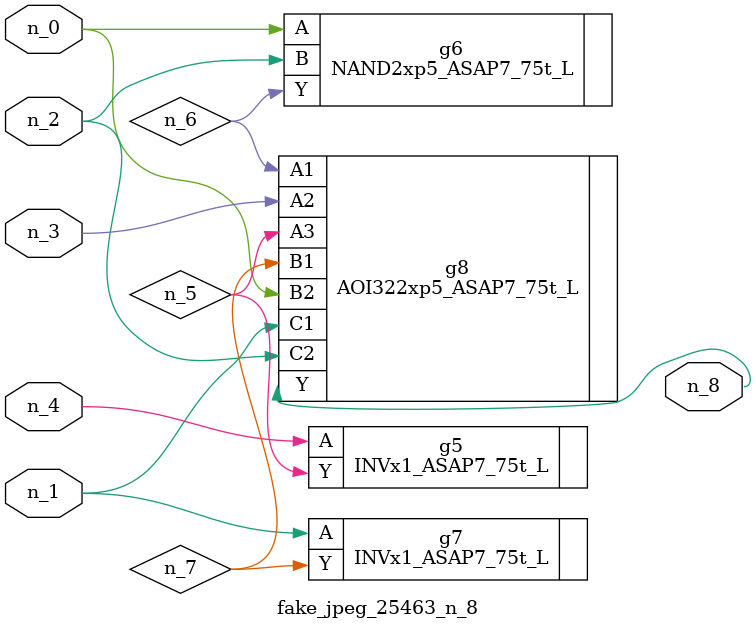
<source format=v>
module fake_jpeg_25463_n_8 (n_3, n_2, n_1, n_0, n_4, n_8);

input n_3;
input n_2;
input n_1;
input n_0;
input n_4;

output n_8;

wire n_6;
wire n_5;
wire n_7;

INVx1_ASAP7_75t_L g5 ( 
.A(n_4),
.Y(n_5)
);

NAND2xp5_ASAP7_75t_L g6 ( 
.A(n_0),
.B(n_2),
.Y(n_6)
);

INVx1_ASAP7_75t_L g7 ( 
.A(n_1),
.Y(n_7)
);

AOI322xp5_ASAP7_75t_L g8 ( 
.A1(n_6),
.A2(n_3),
.A3(n_5),
.B1(n_7),
.B2(n_0),
.C1(n_1),
.C2(n_2),
.Y(n_8)
);


endmodule
</source>
